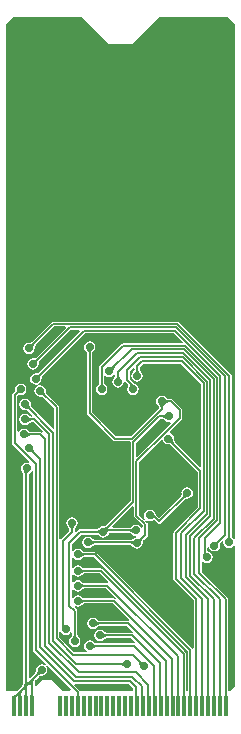
<source format=gbl>
G04*
G04 #@! TF.GenerationSoftware,Altium Limited,Altium Designer,18.1.8 (232)*
G04*
G04 Layer_Physical_Order=2*
G04 Layer_Color=16711680*
%FSLAX25Y25*%
%MOIN*%
G70*
G01*
G75*
%ADD18R,0.01450X0.06890*%
%ADD30C,0.00600*%
%ADD31C,0.00800*%
%ADD32C,0.02756*%
G36*
X431000Y365500D02*
Y194287D01*
X430500Y194135D01*
X430356Y194350D01*
X430351Y194362D01*
X430234Y194483D01*
X430139Y194589D01*
X430058Y194690D01*
X429992Y194784D01*
X429939Y194871D01*
X429899Y194949D01*
X429872Y195018D01*
X429854Y195077D01*
X429845Y195128D01*
X429840Y195205D01*
X429816Y195255D01*
Y248541D01*
X429816Y248541D01*
X429754Y248853D01*
X429577Y249118D01*
X412318Y266377D01*
X412053Y266554D01*
X411741Y266616D01*
X411741Y266616D01*
X370397D01*
X370085Y266554D01*
X369820Y266377D01*
X369820Y266377D01*
X363316Y259873D01*
X363264Y259855D01*
X363206Y259804D01*
X363164Y259774D01*
X363109Y259744D01*
X363040Y259715D01*
X362957Y259688D01*
X362859Y259664D01*
X362753Y259646D01*
X362468Y259622D01*
X362306Y259620D01*
X362294Y259615D01*
X361566Y259470D01*
X360945Y259055D01*
X360530Y258434D01*
X360384Y257701D01*
X360530Y256969D01*
X360945Y256347D01*
X361566Y255932D01*
X362299Y255787D01*
X363031Y255932D01*
X363653Y256347D01*
X364068Y256969D01*
X364212Y257697D01*
X364218Y257709D01*
X364220Y257877D01*
X364228Y258020D01*
X364242Y258148D01*
X364262Y258262D01*
X364285Y258360D01*
X364313Y258443D01*
X364342Y258512D01*
X364371Y258566D01*
X364401Y258609D01*
X364452Y258666D01*
X364470Y258719D01*
X370735Y264984D01*
X374275D01*
X374466Y264522D01*
X364566Y254623D01*
X364513Y254605D01*
X364456Y254554D01*
X364414Y254524D01*
X364359Y254494D01*
X364290Y254465D01*
X364207Y254438D01*
X364109Y254414D01*
X364003Y254396D01*
X363718Y254372D01*
X363556Y254370D01*
X363544Y254365D01*
X362816Y254220D01*
X362195Y253805D01*
X361780Y253184D01*
X361634Y252451D01*
X361780Y251719D01*
X362195Y251097D01*
X362816Y250682D01*
X363549Y250537D01*
X364281Y250682D01*
X364903Y251097D01*
X365318Y251719D01*
X365462Y252447D01*
X365468Y252459D01*
X365470Y252627D01*
X365478Y252770D01*
X365492Y252898D01*
X365511Y253012D01*
X365535Y253110D01*
X365563Y253193D01*
X365592Y253262D01*
X365621Y253316D01*
X365651Y253359D01*
X365702Y253416D01*
X365720Y253469D01*
X376135Y263884D01*
X379078D01*
X379269Y263422D01*
X365518Y249671D01*
X365465Y249653D01*
X365407Y249602D01*
X365365Y249573D01*
X365310Y249543D01*
X365242Y249514D01*
X365159Y249487D01*
X365060Y249463D01*
X364954Y249445D01*
X364669Y249421D01*
X364508Y249419D01*
X364496Y249414D01*
X363767Y249269D01*
X363146Y248854D01*
X362731Y248233D01*
X362585Y247500D01*
X362731Y246767D01*
X363146Y246146D01*
X363767Y245731D01*
X364500Y245585D01*
X364985Y245682D01*
X365180Y245211D01*
X364646Y244854D01*
X364231Y244233D01*
X364085Y243500D01*
X364231Y242767D01*
X364646Y242146D01*
X365267Y241731D01*
X365996Y241586D01*
X366008Y241581D01*
X366176Y241579D01*
X366318Y241571D01*
X366447Y241557D01*
X366560Y241537D01*
X366659Y241513D01*
X366742Y241486D01*
X366810Y241457D01*
X366865Y241427D01*
X366907Y241398D01*
X366965Y241347D01*
X367018Y241329D01*
X370684Y237662D01*
Y231122D01*
X370222Y230931D01*
X363171Y237982D01*
X363153Y238035D01*
X363102Y238093D01*
X363073Y238135D01*
X363043Y238190D01*
X363014Y238258D01*
X362987Y238341D01*
X362963Y238440D01*
X362945Y238546D01*
X362921Y238831D01*
X362919Y238992D01*
X362914Y239004D01*
X362769Y239733D01*
X362354Y240354D01*
X361733Y240769D01*
X361000Y240915D01*
X360267Y240769D01*
X359646Y240354D01*
X359231Y239733D01*
X359085Y239000D01*
X359231Y238267D01*
X359646Y237646D01*
X360267Y237231D01*
X360996Y237086D01*
X361008Y237081D01*
X361176Y237079D01*
X361318Y237071D01*
X361447Y237057D01*
X361560Y237037D01*
X361659Y237013D01*
X361742Y236986D01*
X361810Y236957D01*
X361865Y236927D01*
X361907Y236898D01*
X361965Y236847D01*
X362018Y236829D01*
X363332Y235515D01*
X363143Y234997D01*
X362871Y234939D01*
X362784Y234992D01*
X362696Y235054D01*
X362478Y235239D01*
X362362Y235351D01*
X362350Y235356D01*
X361733Y235769D01*
X361000Y235915D01*
X360267Y235769D01*
X359646Y235354D01*
X359231Y234733D01*
X359085Y234000D01*
X359231Y233267D01*
X359646Y232646D01*
X360267Y232231D01*
X361000Y232085D01*
X361733Y232231D01*
X362350Y232644D01*
X362362Y232648D01*
X362483Y232766D01*
X362589Y232861D01*
X362690Y232942D01*
X362784Y233008D01*
X362871Y233061D01*
X362949Y233101D01*
X363018Y233128D01*
X363077Y233146D01*
X363128Y233155D01*
X363205Y233160D01*
X363255Y233184D01*
X363662D01*
X366853Y229994D01*
X366534Y229605D01*
X366312Y229754D01*
X366000Y229816D01*
X366000Y229816D01*
X362755D01*
X362705Y229840D01*
X362628Y229845D01*
X362577Y229854D01*
X362518Y229872D01*
X362449Y229899D01*
X362371Y229939D01*
X362284Y229992D01*
X362196Y230054D01*
X361978Y230239D01*
X361862Y230351D01*
X361850Y230356D01*
X361233Y230769D01*
X360500Y230915D01*
X359767Y230769D01*
X359146Y230354D01*
X358816Y229859D01*
X358316Y230011D01*
Y241662D01*
X358865Y242212D01*
X359500Y242085D01*
X360233Y242231D01*
X360854Y242646D01*
X361269Y243267D01*
X361415Y244000D01*
X361269Y244733D01*
X360854Y245354D01*
X360233Y245769D01*
X359500Y245915D01*
X358767Y245769D01*
X358146Y245354D01*
X357731Y244733D01*
X357585Y244000D01*
X357712Y243365D01*
X356923Y242577D01*
X356746Y242312D01*
X356684Y242000D01*
X356684Y242000D01*
Y226000D01*
X356684Y226000D01*
X356746Y225688D01*
X356923Y225423D01*
X362429Y219917D01*
X362376Y219800D01*
X362135Y219505D01*
X361500Y219631D01*
X360767Y219485D01*
X360146Y219070D01*
X359731Y218449D01*
X359585Y217716D01*
X359731Y216983D01*
X359869Y216777D01*
X359885Y216680D01*
X359966Y216550D01*
X360029Y216439D01*
X360139Y216210D01*
X360176Y216116D01*
X360208Y216021D01*
X360231Y215933D01*
X360246Y215850D01*
X360255Y215774D01*
X360259Y215681D01*
X360282Y215631D01*
Y146236D01*
X360259Y146185D01*
X360254Y146047D01*
X360242Y145935D01*
X360221Y145829D01*
X360193Y145728D01*
X360158Y145631D01*
X360115Y145538D01*
X360063Y145446D01*
X360002Y145357D01*
X359932Y145269D01*
X359838Y145168D01*
X359818Y145116D01*
X358202Y143500D01*
X354500D01*
Y365500D01*
X357000Y368000D01*
X380000D01*
X389000Y359000D01*
X396500D01*
X405500Y368000D01*
X428500D01*
X431000Y365500D01*
D02*
G37*
G36*
X413499Y259778D02*
X413307Y259316D01*
X393659D01*
X393659Y259316D01*
X393347Y259254D01*
X393082Y259077D01*
X393082Y259077D01*
X385923Y251918D01*
X385746Y251653D01*
X385684Y251341D01*
X385684Y251341D01*
Y246255D01*
X385660Y246205D01*
X385655Y246128D01*
X385646Y246077D01*
X385628Y246018D01*
X385601Y245949D01*
X385561Y245871D01*
X385508Y245784D01*
X385446Y245696D01*
X385261Y245478D01*
X385149Y245362D01*
X385144Y245350D01*
X384731Y244733D01*
X384585Y244000D01*
X384731Y243267D01*
X385146Y242646D01*
X385767Y242231D01*
X386500Y242085D01*
X387233Y242231D01*
X387854Y242646D01*
X388269Y243267D01*
X388415Y244000D01*
X388269Y244733D01*
X387856Y245350D01*
X387852Y245362D01*
X387734Y245483D01*
X387639Y245589D01*
X387558Y245690D01*
X387492Y245784D01*
X387439Y245871D01*
X387399Y245949D01*
X387372Y246018D01*
X387354Y246077D01*
X387345Y246128D01*
X387340Y246205D01*
X387316Y246255D01*
Y248350D01*
X387816Y248551D01*
X388295Y248231D01*
X389028Y248085D01*
X389760Y248231D01*
X390381Y248646D01*
X390407Y248684D01*
X390576Y248744D01*
X390997Y248668D01*
X391062Y248468D01*
X391056Y248425D01*
X391028Y248371D01*
X390975Y248284D01*
X390913Y248196D01*
X390728Y247978D01*
X390616Y247862D01*
X390611Y247850D01*
X390198Y247233D01*
X390052Y246500D01*
X390198Y245767D01*
X390613Y245146D01*
X391234Y244731D01*
X391967Y244585D01*
X392700Y244731D01*
X393321Y245146D01*
X393736Y245767D01*
X393856Y246372D01*
X394281Y246518D01*
X394357Y246522D01*
X394423Y246423D01*
X395316Y245530D01*
X395321Y245057D01*
X395321Y245057D01*
X395306Y244960D01*
X395154Y244733D01*
X395008Y244000D01*
X395154Y243267D01*
X395569Y242646D01*
X396190Y242231D01*
X396923Y242085D01*
X397656Y242231D01*
X398277Y242646D01*
X398692Y243267D01*
X398838Y244000D01*
X398692Y244733D01*
X398277Y245354D01*
X397937Y245581D01*
X397876Y245665D01*
X397867Y245667D01*
X397861Y245674D01*
X397559Y245847D01*
X397090Y246146D01*
X397019Y246198D01*
X396887Y246305D01*
X396839Y246351D01*
X396800Y246365D01*
X396778Y246400D01*
X396747Y246407D01*
X395816Y247338D01*
Y250162D01*
X396855Y251201D01*
X397373Y251040D01*
X397475Y250705D01*
X397470Y250628D01*
X397461Y250577D01*
X397443Y250518D01*
X397416Y250449D01*
X397376Y250371D01*
X397323Y250284D01*
X397261Y250196D01*
X397076Y249978D01*
X396964Y249862D01*
X396959Y249850D01*
X396546Y249233D01*
X396400Y248500D01*
X396546Y247767D01*
X396961Y247146D01*
X397582Y246731D01*
X398315Y246585D01*
X399048Y246731D01*
X399669Y247146D01*
X400084Y247767D01*
X400230Y248500D01*
X400084Y249233D01*
X399671Y249850D01*
X399667Y249862D01*
X399549Y249983D01*
X399454Y250089D01*
X399373Y250190D01*
X399307Y250284D01*
X399254Y250371D01*
X399214Y250449D01*
X399187Y250518D01*
X399169Y250577D01*
X399160Y250628D01*
X399155Y250705D01*
X399131Y250755D01*
Y251477D01*
X400166Y252513D01*
X412986D01*
X419684Y245814D01*
Y218469D01*
X419222Y218277D01*
X410884Y226616D01*
X410865Y226669D01*
X410815Y226727D01*
X410785Y226769D01*
X410755Y226823D01*
X410726Y226892D01*
X410699Y226975D01*
X410675Y227073D01*
X410657Y227180D01*
X410633Y227465D01*
X410632Y227626D01*
X410626Y227638D01*
X410481Y228366D01*
X410066Y228988D01*
X409445Y229403D01*
X409294Y229433D01*
X409129Y229975D01*
X413077Y233923D01*
X413254Y234188D01*
X413316Y234500D01*
X413316Y234500D01*
Y237053D01*
X413316Y237053D01*
X413254Y237365D01*
X413077Y237630D01*
X410130Y240577D01*
X409865Y240754D01*
X409553Y240816D01*
X409553Y240816D01*
X408755D01*
X408705Y240840D01*
X408628Y240845D01*
X408577Y240854D01*
X408518Y240872D01*
X408449Y240899D01*
X408371Y240939D01*
X408284Y240992D01*
X408196Y241054D01*
X407978Y241239D01*
X407862Y241352D01*
X407850Y241356D01*
X407233Y241769D01*
X406500Y241915D01*
X405767Y241769D01*
X405146Y241354D01*
X404731Y240733D01*
X404585Y240000D01*
X404731Y239267D01*
X405144Y238650D01*
X405149Y238638D01*
X405266Y238517D01*
X405361Y238411D01*
X405442Y238310D01*
X405508Y238216D01*
X405561Y238129D01*
X405601Y238051D01*
X405628Y237982D01*
X405646Y237923D01*
X405655Y237872D01*
X405659Y237812D01*
X396162Y228316D01*
X391338D01*
X383262Y236391D01*
Y255937D01*
X383287Y255988D01*
X383292Y256064D01*
X383301Y256115D01*
X383318Y256175D01*
X383346Y256244D01*
X383386Y256322D01*
X383439Y256408D01*
X383501Y256496D01*
X383686Y256715D01*
X383798Y256830D01*
X383803Y256842D01*
X384216Y257460D01*
X384362Y258192D01*
X384216Y258925D01*
X383801Y259546D01*
X383180Y259961D01*
X382447Y260107D01*
X381714Y259961D01*
X381093Y259546D01*
X380678Y258925D01*
X380532Y258192D01*
X380678Y257460D01*
X381090Y256842D01*
X381095Y256830D01*
X381213Y256710D01*
X381308Y256603D01*
X381389Y256502D01*
X381455Y256408D01*
X381508Y256322D01*
X381547Y256244D01*
X381575Y256175D01*
X381593Y256115D01*
X381602Y256064D01*
X381607Y255988D01*
X381631Y255937D01*
Y236053D01*
X381631Y236053D01*
X381693Y235741D01*
X381870Y235476D01*
X390423Y226923D01*
X390423Y226923D01*
X390688Y226746D01*
X391000Y226684D01*
X391000Y226684D01*
X395907D01*
X396140Y226400D01*
X396140Y226400D01*
Y206842D01*
X388018Y198720D01*
X387965Y198702D01*
X387907Y198651D01*
X387865Y198621D01*
X387810Y198592D01*
X387742Y198563D01*
X387659Y198536D01*
X387560Y198512D01*
X387454Y198493D01*
X387169Y198470D01*
X387008Y198468D01*
X386996Y198463D01*
X386267Y198318D01*
X385655Y197909D01*
X385640Y197903D01*
X385541Y197807D01*
X385454Y197733D01*
X385371Y197671D01*
X385290Y197619D01*
X385212Y197577D01*
X385138Y197545D01*
X385066Y197520D01*
X384995Y197504D01*
X384925Y197494D01*
X384829Y197489D01*
X384781Y197466D01*
X379370D01*
X379019Y197397D01*
X378721Y197198D01*
X377952Y196428D01*
X377709Y196489D01*
X377466Y196650D01*
Y197281D01*
X377489Y197329D01*
X377494Y197425D01*
X377504Y197495D01*
X377520Y197565D01*
X377545Y197638D01*
X377577Y197712D01*
X377619Y197790D01*
X377671Y197871D01*
X377733Y197954D01*
X377807Y198041D01*
X377903Y198140D01*
X377909Y198155D01*
X378318Y198767D01*
X378464Y199500D01*
X378318Y200233D01*
X377903Y200854D01*
X377281Y201269D01*
X376549Y201415D01*
X375816Y201269D01*
X375195Y200854D01*
X374780Y200233D01*
X374634Y199500D01*
X374780Y198767D01*
X375189Y198155D01*
X375195Y198140D01*
X375291Y198041D01*
X375364Y197954D01*
X375427Y197871D01*
X375479Y197790D01*
X375520Y197712D01*
X375553Y197638D01*
X375577Y197566D01*
X375594Y197495D01*
X375604Y197425D01*
X375608Y197329D01*
X375631Y197281D01*
Y196929D01*
X372851Y194149D01*
X372816Y194096D01*
X372316Y194247D01*
Y238000D01*
X372254Y238312D01*
X372077Y238577D01*
X372077Y238577D01*
X368171Y242482D01*
X368153Y242535D01*
X368102Y242593D01*
X368073Y242635D01*
X368043Y242690D01*
X368014Y242758D01*
X367987Y242841D01*
X367963Y242940D01*
X367945Y243046D01*
X367921Y243331D01*
X367919Y243492D01*
X367914Y243504D01*
X367769Y244233D01*
X367354Y244854D01*
X366733Y245269D01*
X366000Y245415D01*
X365515Y245318D01*
X365320Y245789D01*
X365854Y246146D01*
X366269Y246767D01*
X366414Y247496D01*
X366419Y247508D01*
X366421Y247676D01*
X366429Y247818D01*
X366443Y247947D01*
X366463Y248060D01*
X366487Y248159D01*
X366514Y248242D01*
X366543Y248310D01*
X366573Y248365D01*
X366602Y248407D01*
X366653Y248465D01*
X366671Y248518D01*
X380938Y262784D01*
X410492D01*
X413499Y259778D01*
D02*
G37*
G36*
X364046Y259025D02*
X363974Y258944D01*
X363910Y258851D01*
X363854Y258748D01*
X363805Y258633D01*
X363764Y258508D01*
X363731Y258371D01*
X363706Y258224D01*
X363688Y258065D01*
X363679Y257896D01*
X363677Y257715D01*
X362312Y259079D01*
X362493Y259081D01*
X362821Y259109D01*
X362969Y259134D01*
X363105Y259167D01*
X363231Y259208D01*
X363345Y259257D01*
X363448Y259313D01*
X363541Y259377D01*
X363622Y259449D01*
X364046Y259025D01*
D02*
G37*
G36*
X383285Y257079D02*
X383072Y256828D01*
X382986Y256706D01*
X382913Y256586D01*
X382853Y256468D01*
X382807Y256353D01*
X382773Y256240D01*
X382753Y256129D01*
X382747Y256021D01*
X382147D01*
X382140Y256129D01*
X382120Y256240D01*
X382087Y256353D01*
X382041Y256468D01*
X381981Y256586D01*
X381908Y256706D01*
X381821Y256828D01*
X381721Y256952D01*
X381609Y257079D01*
X381482Y257208D01*
X383411D01*
X383285Y257079D01*
D02*
G37*
G36*
X365296Y253775D02*
X365224Y253694D01*
X365160Y253601D01*
X365104Y253498D01*
X365055Y253383D01*
X365014Y253258D01*
X364981Y253121D01*
X364956Y252974D01*
X364938Y252815D01*
X364929Y252646D01*
X364927Y252465D01*
X363562Y253829D01*
X363743Y253831D01*
X364071Y253859D01*
X364219Y253884D01*
X364355Y253917D01*
X364481Y253958D01*
X364595Y254007D01*
X364698Y254063D01*
X364791Y254127D01*
X364872Y254199D01*
X365296Y253775D01*
D02*
G37*
G36*
X390775Y251324D02*
X390703Y251242D01*
X390639Y251150D01*
X390583Y251046D01*
X390534Y250932D01*
X390493Y250806D01*
X390460Y250670D01*
X390435Y250522D01*
X390417Y250364D01*
X390407Y250194D01*
X390405Y250014D01*
X389041Y251378D01*
X389222Y251380D01*
X389550Y251407D01*
X389698Y251433D01*
X389834Y251466D01*
X389959Y251507D01*
X390074Y251555D01*
X390177Y251612D01*
X390270Y251676D01*
X390351Y251748D01*
X390775Y251324D01*
D02*
G37*
G36*
X398622Y250563D02*
X398642Y250453D01*
X398675Y250340D01*
X398721Y250224D01*
X398781Y250107D01*
X398854Y249987D01*
X398941Y249865D01*
X399040Y249740D01*
X399153Y249613D01*
X399280Y249484D01*
X397350D01*
X397477Y249613D01*
X397689Y249865D01*
X397776Y249987D01*
X397849Y250107D01*
X397909Y250224D01*
X397955Y250340D01*
X397988Y250453D01*
X398008Y250563D01*
X398015Y250672D01*
X398615D01*
X398622Y250563D01*
D02*
G37*
G36*
X366248Y248823D02*
X366176Y248742D01*
X366112Y248650D01*
X366055Y248546D01*
X366007Y248432D01*
X365966Y248306D01*
X365933Y248170D01*
X365907Y248023D01*
X365890Y247864D01*
X365880Y247694D01*
X365878Y247514D01*
X364514Y248878D01*
X364694Y248880D01*
X365022Y248907D01*
X365170Y248933D01*
X365306Y248966D01*
X365432Y249007D01*
X365546Y249055D01*
X365650Y249112D01*
X365742Y249176D01*
X365824Y249248D01*
X366248Y248823D01*
D02*
G37*
G36*
X392274Y248563D02*
X392294Y248453D01*
X392327Y248340D01*
X392373Y248224D01*
X392433Y248107D01*
X392506Y247987D01*
X392593Y247865D01*
X392692Y247740D01*
X392806Y247613D01*
X392932Y247484D01*
X391003D01*
X391129Y247613D01*
X391341Y247865D01*
X391428Y247987D01*
X391501Y248107D01*
X391561Y248224D01*
X391607Y248340D01*
X391641Y248453D01*
X391660Y248563D01*
X391667Y248672D01*
X392267D01*
X392274Y248563D01*
D02*
G37*
G36*
X386807Y246063D02*
X386827Y245953D01*
X386860Y245840D01*
X386906Y245724D01*
X386966Y245607D01*
X387039Y245487D01*
X387126Y245364D01*
X387225Y245240D01*
X387338Y245113D01*
X387465Y244984D01*
X385535D01*
X385662Y245113D01*
X385874Y245364D01*
X385961Y245487D01*
X386034Y245607D01*
X386094Y245724D01*
X386140Y245840D01*
X386173Y245953D01*
X386193Y246063D01*
X386200Y246172D01*
X386800D01*
X386807Y246063D01*
D02*
G37*
G36*
X396530Y245898D02*
X396689Y245769D01*
X396785Y245699D01*
X397279Y245384D01*
X397593Y245204D01*
X395782Y244773D01*
X395856Y244893D01*
X395913Y245010D01*
X395952Y245124D01*
X395974Y245234D01*
X395979Y245341D01*
X395967Y245445D01*
X395938Y245546D01*
X395891Y245643D01*
X395828Y245738D01*
X395747Y245829D01*
X396468Y245956D01*
X396530Y245898D01*
D02*
G37*
G36*
X367380Y243306D02*
X367407Y242977D01*
X367433Y242830D01*
X367466Y242693D01*
X367507Y242568D01*
X367555Y242454D01*
X367612Y242350D01*
X367676Y242258D01*
X367748Y242177D01*
X367323Y241752D01*
X367242Y241824D01*
X367150Y241888D01*
X367046Y241945D01*
X366932Y241993D01*
X366807Y242034D01*
X366670Y242067D01*
X366523Y242093D01*
X366364Y242110D01*
X366194Y242120D01*
X366014Y242122D01*
X367378Y243486D01*
X367380Y243306D01*
D02*
G37*
G36*
X407613Y240838D02*
X407865Y240626D01*
X407987Y240539D01*
X408107Y240466D01*
X408224Y240406D01*
X408340Y240360D01*
X408453Y240327D01*
X408563Y240307D01*
X408672Y240300D01*
Y239700D01*
X408563Y239693D01*
X408453Y239673D01*
X408340Y239640D01*
X408224Y239594D01*
X408107Y239534D01*
X407987Y239461D01*
X407865Y239374D01*
X407740Y239275D01*
X407613Y239162D01*
X407484Y239035D01*
Y240965D01*
X407613Y240838D01*
D02*
G37*
G36*
X407338Y238887D02*
X407126Y238635D01*
X407039Y238513D01*
X406966Y238393D01*
X406906Y238276D01*
X406860Y238160D01*
X406827Y238047D01*
X406807Y237937D01*
X406800Y237828D01*
X406200D01*
X406193Y237937D01*
X406173Y238047D01*
X406140Y238160D01*
X406094Y238276D01*
X406034Y238393D01*
X405961Y238513D01*
X405874Y238635D01*
X405775Y238760D01*
X405662Y238887D01*
X405535Y239016D01*
X407465D01*
X407338Y238887D01*
D02*
G37*
G36*
X362380Y238806D02*
X362407Y238477D01*
X362433Y238330D01*
X362466Y238193D01*
X362507Y238068D01*
X362555Y237954D01*
X362612Y237850D01*
X362676Y237758D01*
X362748Y237677D01*
X362323Y237252D01*
X362242Y237324D01*
X362150Y237388D01*
X362046Y237445D01*
X361932Y237493D01*
X361807Y237534D01*
X361670Y237567D01*
X361523Y237593D01*
X361364Y237610D01*
X361194Y237620D01*
X361014Y237622D01*
X362378Y238986D01*
X362380Y238806D01*
D02*
G37*
G36*
X408016Y234035D02*
X407887Y234162D01*
X407635Y234374D01*
X407513Y234461D01*
X407393Y234534D01*
X407276Y234594D01*
X407160Y234640D01*
X407047Y234673D01*
X406937Y234693D01*
X406828Y234700D01*
Y235300D01*
X406937Y235307D01*
X407047Y235327D01*
X407160Y235360D01*
X407276Y235406D01*
X407393Y235466D01*
X407513Y235539D01*
X407635Y235626D01*
X407760Y235725D01*
X407887Y235838D01*
X408016Y235965D01*
Y234035D01*
D02*
G37*
G36*
X362113Y234838D02*
X362365Y234626D01*
X362487Y234539D01*
X362607Y234466D01*
X362724Y234406D01*
X362840Y234360D01*
X362953Y234327D01*
X363063Y234307D01*
X363172Y234300D01*
Y233700D01*
X363063Y233693D01*
X362953Y233673D01*
X362840Y233640D01*
X362724Y233594D01*
X362607Y233534D01*
X362487Y233461D01*
X362365Y233374D01*
X362240Y233275D01*
X362113Y233162D01*
X361984Y233035D01*
Y234965D01*
X362113Y234838D01*
D02*
G37*
G36*
X361613Y229838D02*
X361864Y229626D01*
X361987Y229539D01*
X362107Y229466D01*
X362224Y229406D01*
X362340Y229360D01*
X362453Y229327D01*
X362563Y229307D01*
X362672Y229300D01*
Y228700D01*
X362563Y228693D01*
X362453Y228673D01*
X362340Y228640D01*
X362224Y228594D01*
X362107Y228534D01*
X361987Y228461D01*
X361864Y228374D01*
X361740Y228275D01*
X361613Y228162D01*
X361484Y228035D01*
Y229965D01*
X361613Y229838D01*
D02*
G37*
G36*
X410092Y227439D02*
X410120Y227111D01*
X410145Y226964D01*
X410178Y226827D01*
X410219Y226702D01*
X410268Y226587D01*
X410324Y226484D01*
X410388Y226392D01*
X410460Y226310D01*
X410036Y225886D01*
X409955Y225958D01*
X409862Y226022D01*
X409759Y226079D01*
X409644Y226127D01*
X409519Y226168D01*
X409382Y226201D01*
X409235Y226226D01*
X409076Y226244D01*
X408907Y226254D01*
X408726Y226256D01*
X410090Y227620D01*
X410092Y227439D01*
D02*
G37*
G36*
X363679Y224306D02*
X363706Y223977D01*
X363731Y223830D01*
X363764Y223693D01*
X363805Y223568D01*
X363854Y223454D01*
X363910Y223350D01*
X363974Y223258D01*
X364046Y223177D01*
X363622Y222752D01*
X363541Y222824D01*
X363448Y222888D01*
X363345Y222945D01*
X363231Y222993D01*
X363105Y223034D01*
X362969Y223067D01*
X362821Y223093D01*
X362663Y223110D01*
X362493Y223120D01*
X362312Y223122D01*
X363677Y224486D01*
X363679Y224306D01*
D02*
G37*
G36*
X406795Y234160D02*
X406872Y234155D01*
X406923Y234146D01*
X406982Y234128D01*
X407051Y234101D01*
X407129Y234061D01*
X407216Y234008D01*
X407304Y233946D01*
X407522Y233761D01*
X407638Y233648D01*
X407650Y233644D01*
X408267Y233231D01*
X409000Y233085D01*
X409280Y233141D01*
X409527Y232680D01*
X407238Y230391D01*
X407233Y230388D01*
X407233Y230388D01*
X398233Y221388D01*
X397771Y221580D01*
Y226062D01*
X405894Y234184D01*
X406745D01*
X406795Y234160D01*
D02*
G37*
G36*
X362227Y216546D02*
X362108Y216465D01*
X362001Y216380D01*
X361907Y216289D01*
X361826Y216194D01*
X361757Y216093D01*
X361700Y215988D01*
X361656Y215877D01*
X361625Y215761D01*
X361606Y215641D01*
X361600Y215515D01*
X360800Y215703D01*
X360795Y215816D01*
X360782Y215933D01*
X360759Y216052D01*
X360727Y216174D01*
X360686Y216299D01*
X360636Y216427D01*
X360508Y216691D01*
X360431Y216827D01*
X360344Y216966D01*
X362227Y216546D01*
D02*
G37*
G36*
X415127Y208128D02*
X414940Y208107D01*
X414603Y208050D01*
X414452Y208014D01*
X414314Y207971D01*
X414187Y207924D01*
X414073Y207871D01*
X413971Y207813D01*
X413881Y207750D01*
X413804Y207681D01*
X413335Y208060D01*
X413409Y208144D01*
X413473Y208238D01*
X413528Y208342D01*
X413572Y208456D01*
X413607Y208580D01*
X413631Y208713D01*
X413646Y208857D01*
X413651Y209010D01*
X413646Y209173D01*
X413631Y209346D01*
X415127Y208128D01*
D02*
G37*
G36*
X403761Y202584D02*
X404144Y202048D01*
X404244Y201923D01*
X404664Y201459D01*
X404366Y200909D01*
X404274Y200991D01*
X404180Y201055D01*
X404084Y201101D01*
X403987Y201129D01*
X403887Y201139D01*
X403785Y201132D01*
X403682Y201106D01*
X403576Y201063D01*
X403468Y201001D01*
X403359Y200922D01*
X403671Y202727D01*
X403761Y202584D01*
D02*
G37*
G36*
X406913Y227054D02*
X406943Y226901D01*
X407359Y226280D01*
X407980Y225865D01*
X408708Y225720D01*
X408720Y225715D01*
X408888Y225713D01*
X409031Y225705D01*
X409159Y225690D01*
X409273Y225671D01*
X409371Y225647D01*
X409454Y225620D01*
X409523Y225591D01*
X409577Y225561D01*
X409620Y225532D01*
X409677Y225481D01*
X409730Y225462D01*
X418584Y216608D01*
Y204738D01*
X410645Y196798D01*
X410468Y196534D01*
X410406Y196222D01*
X410406Y196222D01*
Y180780D01*
X410406Y180780D01*
X410468Y180467D01*
X410645Y180203D01*
X417185Y173662D01*
Y157682D01*
X416685Y157530D01*
X416604Y157652D01*
X384680Y189577D01*
X384415Y189754D01*
X384103Y189816D01*
X384103Y189816D01*
X380778D01*
X380728Y189840D01*
X380651Y189845D01*
X380600Y189854D01*
X380540Y189872D01*
X380471Y189899D01*
X380393Y189939D01*
X380307Y189992D01*
X380219Y190054D01*
X380000Y190239D01*
X379885Y190351D01*
X379873Y190356D01*
X379255Y190769D01*
X378523Y190915D01*
X377790Y190769D01*
X377169Y190354D01*
X377018Y190128D01*
X376518Y190279D01*
Y192398D01*
X379750Y195631D01*
X384781D01*
X384829Y195608D01*
X384925Y195604D01*
X384995Y195594D01*
X385066Y195577D01*
X385138Y195553D01*
X385212Y195520D01*
X385290Y195479D01*
X385371Y195427D01*
X385454Y195364D01*
X385541Y195291D01*
X385640Y195195D01*
X385655Y195189D01*
X386267Y194780D01*
X387000Y194634D01*
X387733Y194780D01*
X388354Y195195D01*
X388769Y195816D01*
X388822Y196082D01*
X395780D01*
X395829Y196059D01*
X395925Y196055D01*
X395995Y196045D01*
X396065Y196028D01*
X396138Y196004D01*
X396212Y195972D01*
X396290Y195930D01*
X396371Y195878D01*
X396454Y195816D01*
X396541Y195742D01*
X396640Y195646D01*
X396655Y195640D01*
X397267Y195231D01*
X397835Y195118D01*
Y194608D01*
X397529Y194547D01*
X397240Y194354D01*
X397132Y194330D01*
X396982Y194223D01*
X396852Y194136D01*
X396600Y193989D01*
X396499Y193940D01*
X396405Y193900D01*
X396322Y193871D01*
X396253Y193853D01*
X396200Y193844D01*
X396128Y193840D01*
X396077Y193816D01*
X384255D01*
X384205Y193840D01*
X384128Y193845D01*
X384077Y193854D01*
X384018Y193872D01*
X383949Y193899D01*
X383871Y193939D01*
X383784Y193992D01*
X383696Y194054D01*
X383478Y194239D01*
X383362Y194351D01*
X383350Y194356D01*
X382733Y194769D01*
X382000Y194915D01*
X381267Y194769D01*
X380646Y194354D01*
X380231Y193733D01*
X380085Y193000D01*
X380231Y192267D01*
X380646Y191646D01*
X381267Y191231D01*
X382000Y191085D01*
X382733Y191231D01*
X383350Y191644D01*
X383362Y191648D01*
X383483Y191766D01*
X383589Y191861D01*
X383690Y191942D01*
X383784Y192008D01*
X383871Y192061D01*
X383949Y192101D01*
X384018Y192128D01*
X384077Y192146D01*
X384128Y192155D01*
X384205Y192160D01*
X384255Y192184D01*
X395941D01*
X395970Y192166D01*
X395999Y192173D01*
X396025Y192160D01*
X396105Y192155D01*
X396151Y192146D01*
X396200Y192130D01*
X396255Y192105D01*
X396315Y192069D01*
X396381Y192021D01*
X396453Y191957D01*
X396530Y191878D01*
X396610Y191784D01*
X396702Y191661D01*
X396782Y191613D01*
X396908Y191425D01*
X397529Y191009D01*
X398262Y190864D01*
X398995Y191009D01*
X399616Y191425D01*
X400031Y192046D01*
X400176Y192774D01*
X400181Y192786D01*
X400183Y192954D01*
X400191Y193097D01*
X400205Y193225D01*
X400225Y193339D01*
X400249Y193437D01*
X400276Y193520D01*
X400305Y193589D01*
X400335Y193643D01*
X400364Y193686D01*
X400415Y193743D01*
X400433Y193796D01*
X401577Y194940D01*
X401577Y194940D01*
X401754Y195204D01*
X401816Y195517D01*
Y199000D01*
X401754Y199312D01*
X401577Y199577D01*
X401577Y199577D01*
X401034Y200120D01*
X401313Y200460D01*
D01*
X401339Y200492D01*
X401739Y200250D01*
X401767Y200231D01*
X402500Y200085D01*
X403233Y200231D01*
X403572Y200458D01*
X403671Y200480D01*
X404130Y200416D01*
X405122Y199423D01*
X405122Y199423D01*
X405387Y199246D01*
X405699Y199184D01*
X406011Y199246D01*
X406276Y199423D01*
X414110Y207257D01*
X414163Y207276D01*
X414218Y207325D01*
X414262Y207356D01*
X414321Y207390D01*
X414396Y207424D01*
X414488Y207459D01*
X414595Y207491D01*
X414712Y207520D01*
X415015Y207571D01*
X415186Y207590D01*
X415278Y207641D01*
X415733Y207731D01*
X416354Y208146D01*
X416769Y208767D01*
X416915Y209500D01*
X416769Y210233D01*
X416354Y210854D01*
X415733Y211269D01*
X415000Y211415D01*
X414267Y211269D01*
X413646Y210854D01*
X413231Y210233D01*
X413085Y209500D01*
X413112Y209364D01*
X413092Y209299D01*
X413105Y209141D01*
X413109Y209010D01*
X413106Y208892D01*
X413095Y208790D01*
X413079Y208702D01*
X413058Y208628D01*
X413035Y208567D01*
X413009Y208518D01*
X412981Y208477D01*
X412929Y208418D01*
X412925Y208407D01*
X412914Y208401D01*
X412901Y208355D01*
X405699Y201153D01*
X405085Y201767D01*
X405065Y201822D01*
X404656Y202274D01*
X404576Y202375D01*
X404210Y202887D01*
X404127Y203017D01*
X404116Y203025D01*
X404113Y203039D01*
X404029Y203092D01*
X403854Y203354D01*
X403233Y203769D01*
X402500Y203915D01*
X401767Y203769D01*
X401146Y203354D01*
X400731Y202733D01*
X400585Y202000D01*
X400731Y201267D01*
X400750Y201239D01*
X400992Y200839D01*
X400960Y200813D01*
X400960D01*
X400947Y200803D01*
X400620Y200534D01*
X398856Y202298D01*
Y205971D01*
X398871Y206049D01*
X398871Y206049D01*
Y219719D01*
X406370Y227218D01*
X406913Y227054D01*
D02*
G37*
G36*
X397225Y204966D02*
Y201960D01*
X397225Y201960D01*
X397287Y201648D01*
X397463Y201383D01*
X400184Y198662D01*
Y198011D01*
X399684Y197859D01*
X399354Y198354D01*
X398733Y198769D01*
X398000Y198915D01*
X397267Y198769D01*
X396655Y198360D01*
X396640Y198354D01*
X396541Y198258D01*
X396454Y198184D01*
X396371Y198122D01*
X396290Y198070D01*
X396212Y198028D01*
X396138Y197996D01*
X396066Y197972D01*
X395995Y197955D01*
X395925Y197945D01*
X395829Y197941D01*
X395780Y197918D01*
X390176D01*
X389984Y198380D01*
X396763Y205158D01*
X397225Y204966D01*
D02*
G37*
G36*
X377406Y198405D02*
X377310Y198292D01*
X377225Y198179D01*
X377152Y198064D01*
X377090Y197949D01*
X377039Y197832D01*
X376999Y197714D01*
X376971Y197596D01*
X376954Y197476D01*
X376949Y197355D01*
X376149D01*
X376143Y197476D01*
X376126Y197596D01*
X376098Y197714D01*
X376058Y197832D01*
X376008Y197949D01*
X375945Y198064D01*
X375872Y198179D01*
X375787Y198292D01*
X375691Y198405D01*
X375584Y198516D01*
X377513D01*
X377406Y198405D01*
D02*
G37*
G36*
X388748Y197872D02*
X388676Y197791D01*
X388612Y197698D01*
X388555Y197595D01*
X388507Y197481D01*
X388466Y197355D01*
X388433Y197219D01*
X388418Y197131D01*
X388761Y196788D01*
X388376Y196482D01*
X388357Y196583D01*
X387014Y197927D01*
X387194Y197929D01*
X387523Y197956D01*
X387670Y197981D01*
X387807Y198014D01*
X387932Y198055D01*
X388046Y198104D01*
X388150Y198160D01*
X388242Y198224D01*
X388323Y198296D01*
X388748Y197872D01*
D02*
G37*
G36*
X397016Y196035D02*
X396905Y196143D01*
X396792Y196239D01*
X396679Y196323D01*
X396565Y196397D01*
X396449Y196459D01*
X396332Y196510D01*
X396215Y196549D01*
X396096Y196577D01*
X395976Y196594D01*
X395855Y196600D01*
Y197400D01*
X395976Y197406D01*
X396096Y197423D01*
X396215Y197451D01*
X396332Y197490D01*
X396449Y197541D01*
X396565Y197603D01*
X396679Y197677D01*
X396792Y197761D01*
X396905Y197857D01*
X397016Y197965D01*
Y196035D01*
D02*
G37*
G36*
X386016Y195584D02*
X385905Y195691D01*
X385792Y195787D01*
X385679Y195872D01*
X385564Y195946D01*
X385449Y196008D01*
X385332Y196058D01*
X385214Y196098D01*
X385096Y196126D01*
X384976Y196143D01*
X384855Y196149D01*
Y196949D01*
X384976Y196954D01*
X385096Y196971D01*
X385214Y197000D01*
X385332Y197039D01*
X385449Y197090D01*
X385564Y197152D01*
X385679Y197225D01*
X385792Y197310D01*
X385905Y197406D01*
X386016Y197513D01*
Y195584D01*
D02*
G37*
G36*
X429307Y195063D02*
X429327Y194953D01*
X429360Y194840D01*
X429406Y194724D01*
X429466Y194607D01*
X429539Y194487D01*
X429626Y194365D01*
X429725Y194240D01*
X429838Y194113D01*
X429965Y193984D01*
X428035D01*
X428162Y194113D01*
X428374Y194365D01*
X428461Y194487D01*
X428534Y194607D01*
X428594Y194724D01*
X428640Y194840D01*
X428673Y194953D01*
X428693Y195063D01*
X428700Y195172D01*
X429300D01*
X429307Y195063D01*
D02*
G37*
G36*
X400010Y194102D02*
X399938Y194020D01*
X399873Y193928D01*
X399817Y193825D01*
X399768Y193710D01*
X399728Y193585D01*
X399694Y193448D01*
X399669Y193301D01*
X399652Y193142D01*
X399642Y192973D01*
X399640Y192792D01*
X398276Y194156D01*
X398456Y194158D01*
X398784Y194186D01*
X398932Y194211D01*
X399068Y194244D01*
X399194Y194285D01*
X399308Y194334D01*
X399412Y194390D01*
X399504Y194454D01*
X399585Y194526D01*
X400010Y194102D01*
D02*
G37*
G36*
X383113Y193838D02*
X383365Y193626D01*
X383487Y193539D01*
X383607Y193466D01*
X383724Y193406D01*
X383840Y193360D01*
X383953Y193327D01*
X384063Y193307D01*
X384172Y193300D01*
Y192700D01*
X384063Y192693D01*
X383953Y192673D01*
X383840Y192640D01*
X383724Y192594D01*
X383607Y192534D01*
X383487Y192461D01*
X383365Y192374D01*
X383240Y192275D01*
X383113Y192162D01*
X382984Y192035D01*
Y193965D01*
X383113Y193838D01*
D02*
G37*
G36*
X397135Y191985D02*
X397034Y192121D01*
X396931Y192242D01*
X396827Y192350D01*
X396721Y192443D01*
X396614Y192521D01*
X396506Y192586D01*
X396396Y192636D01*
X396285Y192671D01*
X396173Y192693D01*
X396059Y192700D01*
X396160Y193300D01*
X396260Y193306D01*
X396366Y193324D01*
X396479Y193353D01*
X396598Y193394D01*
X396724Y193447D01*
X396856Y193512D01*
X397138Y193677D01*
X397289Y193777D01*
X397446Y193889D01*
X397135Y191985D01*
D02*
G37*
G36*
X427110Y193126D02*
X427085Y193000D01*
X427231Y192267D01*
X427646Y191646D01*
X428267Y191231D01*
X429000Y191085D01*
X429733Y191231D01*
X430354Y191646D01*
X430500Y191865D01*
X431000Y191713D01*
Y145000D01*
X429610Y143610D01*
X428686D01*
Y174000D01*
X428686Y174000D01*
X428624Y174312D01*
X428447Y174577D01*
X428447Y174577D01*
X419816Y183209D01*
Y186390D01*
X420035Y186520D01*
X420316Y186600D01*
X420867Y186231D01*
X421600Y186085D01*
X422333Y186231D01*
X422954Y186646D01*
X423369Y187267D01*
X423515Y188000D01*
X423369Y188733D01*
X422954Y189354D01*
X422333Y189769D01*
X422185Y189798D01*
X422131Y189844D01*
X422016Y189881D01*
X421941Y189913D01*
X421885Y189944D01*
X421846Y189972D01*
X421821Y189996D01*
X421805Y190017D01*
X421794Y190039D01*
X421784Y190065D01*
X421777Y190103D01*
X421772Y190188D01*
X421747Y190238D01*
Y191260D01*
X422247Y191310D01*
X422272Y191185D01*
X422687Y190564D01*
X423309Y190149D01*
X424041Y190003D01*
X424774Y190149D01*
X425395Y190564D01*
X425810Y191185D01*
X425956Y191918D01*
X425830Y192552D01*
X426650Y193372D01*
X427110Y193126D01*
D02*
G37*
G36*
X421239Y190034D02*
X421261Y189922D01*
X421298Y189818D01*
X421349Y189723D01*
X421415Y189636D01*
X421496Y189558D01*
X421592Y189488D01*
X421702Y189426D01*
X421827Y189373D01*
X421966Y189328D01*
X420295Y188443D01*
X420359Y188635D01*
X420602Y189527D01*
X420618Y189633D01*
X420632Y189807D01*
X421232Y190155D01*
X421239Y190034D01*
D02*
G37*
G36*
X379636Y189838D02*
X379887Y189626D01*
X380009Y189539D01*
X380129Y189466D01*
X380247Y189406D01*
X380362Y189360D01*
X380475Y189327D01*
X380586Y189307D01*
X380694Y189300D01*
Y188700D01*
X380586Y188693D01*
X380475Y188673D01*
X380362Y188640D01*
X380247Y188594D01*
X380129Y188534D01*
X380009Y188461D01*
X379887Y188374D01*
X379763Y188275D01*
X379636Y188162D01*
X379507Y188035D01*
Y189965D01*
X379636Y189838D01*
D02*
G37*
G36*
X415211Y156738D02*
Y143610D01*
X414569D01*
Y155941D01*
X414569Y155941D01*
X414507Y156253D01*
X414330Y156518D01*
X386771Y184077D01*
X386507Y184254D01*
X386194Y184316D01*
X386194Y184316D01*
X380778D01*
X380728Y184340D01*
X380651Y184345D01*
X380600Y184354D01*
X380540Y184372D01*
X380471Y184399D01*
X380393Y184439D01*
X380307Y184492D01*
X380219Y184554D01*
X380000Y184739D01*
X379885Y184852D01*
X379873Y184856D01*
X379255Y185269D01*
X378523Y185415D01*
X377790Y185269D01*
X377169Y184854D01*
X377018Y184628D01*
X376518Y184780D01*
Y187721D01*
X377018Y187872D01*
X377169Y187646D01*
X377790Y187231D01*
X378523Y187085D01*
X379255Y187231D01*
X379873Y187644D01*
X379885Y187648D01*
X380005Y187766D01*
X380112Y187861D01*
X380213Y187942D01*
X380307Y188008D01*
X380393Y188061D01*
X380471Y188101D01*
X380540Y188128D01*
X380600Y188146D01*
X380651Y188155D01*
X380728Y188160D01*
X380778Y188184D01*
X383765D01*
X415211Y156738D01*
D02*
G37*
G36*
X379636Y184338D02*
X379887Y184126D01*
X380009Y184039D01*
X380129Y183966D01*
X380247Y183906D01*
X380362Y183860D01*
X380475Y183827D01*
X380586Y183807D01*
X380694Y183800D01*
Y183200D01*
X380586Y183193D01*
X380475Y183173D01*
X380362Y183140D01*
X380247Y183094D01*
X380129Y183034D01*
X380009Y182961D01*
X379887Y182874D01*
X379763Y182775D01*
X379636Y182662D01*
X379507Y182535D01*
Y184465D01*
X379636Y184338D01*
D02*
G37*
G36*
X388751Y179790D02*
X388504Y179329D01*
X388361Y179358D01*
X388361Y179358D01*
X380778D01*
X380728Y179383D01*
X380651Y179387D01*
X380600Y179396D01*
X380540Y179414D01*
X380471Y179442D01*
X380393Y179481D01*
X380307Y179534D01*
X380219Y179596D01*
X380000Y179781D01*
X379885Y179894D01*
X379873Y179899D01*
X379255Y180311D01*
X378523Y180457D01*
X377790Y180311D01*
X377169Y179896D01*
X377018Y179670D01*
X376518Y179822D01*
Y182220D01*
X377018Y182372D01*
X377169Y182146D01*
X377790Y181731D01*
X378523Y181585D01*
X379255Y181731D01*
X379873Y182144D01*
X379885Y182149D01*
X380005Y182266D01*
X380112Y182361D01*
X380213Y182442D01*
X380307Y182508D01*
X380393Y182561D01*
X380471Y182601D01*
X380540Y182628D01*
X380600Y182646D01*
X380651Y182655D01*
X380728Y182660D01*
X380778Y182684D01*
X385857D01*
X388751Y179790D01*
D02*
G37*
G36*
X379636Y179381D02*
X379887Y179168D01*
X380009Y179081D01*
X380129Y179008D01*
X380247Y178949D01*
X380362Y178902D01*
X380475Y178869D01*
X380586Y178849D01*
X380694Y178842D01*
Y178242D01*
X380586Y178236D01*
X380475Y178216D01*
X380362Y178182D01*
X380247Y178136D01*
X380129Y178076D01*
X380009Y178003D01*
X379887Y177917D01*
X379763Y177817D01*
X379636Y177704D01*
X379507Y177578D01*
Y179507D01*
X379636Y179381D01*
D02*
G37*
G36*
X391171Y174579D02*
X390852Y174190D01*
X390757Y174254D01*
X390445Y174316D01*
X390445Y174316D01*
X380778D01*
X380728Y174340D01*
X380651Y174345D01*
X380600Y174354D01*
X380540Y174372D01*
X380471Y174399D01*
X380393Y174439D01*
X380307Y174492D01*
X380219Y174554D01*
X380000Y174739D01*
X379885Y174852D01*
X379873Y174856D01*
X379255Y175269D01*
X378523Y175415D01*
X377790Y175269D01*
X377169Y174854D01*
X377018Y174628D01*
X376518Y174779D01*
Y177263D01*
X377018Y177415D01*
X377169Y177188D01*
X377790Y176773D01*
X378523Y176628D01*
X379255Y176773D01*
X379873Y177186D01*
X379885Y177191D01*
X380005Y177308D01*
X380112Y177403D01*
X380213Y177484D01*
X380307Y177551D01*
X380393Y177603D01*
X380471Y177643D01*
X380540Y177671D01*
X380600Y177688D01*
X380651Y177697D01*
X380728Y177702D01*
X380778Y177727D01*
X388023D01*
X391171Y174579D01*
D02*
G37*
G36*
X379636Y174338D02*
X379887Y174126D01*
X380009Y174039D01*
X380129Y173966D01*
X380247Y173906D01*
X380362Y173860D01*
X380475Y173827D01*
X380586Y173807D01*
X380694Y173800D01*
Y173200D01*
X380586Y173193D01*
X380475Y173173D01*
X380362Y173140D01*
X380247Y173094D01*
X380129Y173034D01*
X380009Y172961D01*
X379887Y172874D01*
X379763Y172775D01*
X379636Y172662D01*
X379507Y172535D01*
Y174465D01*
X379636Y174338D01*
D02*
G37*
G36*
X395502Y167289D02*
X395366Y166934D01*
X395269Y166816D01*
X385801D01*
X385751Y166840D01*
X385675Y166845D01*
X385624Y166854D01*
X385564Y166872D01*
X385495Y166899D01*
X385417Y166939D01*
X385331Y166992D01*
X385243Y167054D01*
X385024Y167239D01*
X384909Y167351D01*
X384897Y167356D01*
X384279Y167769D01*
X383546Y167915D01*
X382814Y167769D01*
X382192Y167354D01*
X381777Y166733D01*
X381632Y166000D01*
X381777Y165267D01*
X382192Y164646D01*
X382814Y164231D01*
X383546Y164085D01*
X384279Y164231D01*
X384897Y164644D01*
X384909Y164648D01*
X385029Y164766D01*
X385136Y164861D01*
X385237Y164942D01*
X385331Y165008D01*
X385417Y165061D01*
X385495Y165101D01*
X385564Y165128D01*
X385624Y165146D01*
X385675Y165155D01*
X385751Y165160D01*
X385801Y165184D01*
X394982D01*
X396918Y163248D01*
X396672Y162787D01*
X396528Y162816D01*
X396528Y162816D01*
X388255D01*
X388205Y162840D01*
X388128Y162845D01*
X388077Y162854D01*
X388018Y162872D01*
X387949Y162899D01*
X387871Y162939D01*
X387784Y162992D01*
X387696Y163054D01*
X387478Y163239D01*
X387362Y163352D01*
X387350Y163356D01*
X386733Y163769D01*
X386000Y163915D01*
X385267Y163769D01*
X384646Y163354D01*
X384231Y162733D01*
X384085Y162000D01*
X384231Y161267D01*
X384646Y160646D01*
X385267Y160231D01*
X386000Y160085D01*
X386733Y160231D01*
X387350Y160644D01*
X387362Y160649D01*
X387483Y160766D01*
X387589Y160861D01*
X387690Y160942D01*
X387784Y161008D01*
X387871Y161061D01*
X387949Y161101D01*
X388018Y161128D01*
X388077Y161146D01*
X388128Y161155D01*
X388205Y161160D01*
X388255Y161184D01*
X396190D01*
X397627Y159748D01*
X397381Y159287D01*
X397237Y159316D01*
X397237Y159316D01*
X384755D01*
X384705Y159340D01*
X384628Y159345D01*
X384577Y159354D01*
X384518Y159372D01*
X384449Y159399D01*
X384371Y159439D01*
X384284Y159492D01*
X384196Y159554D01*
X383978Y159739D01*
X383862Y159852D01*
X383850Y159856D01*
X383233Y160269D01*
X382500Y160415D01*
X381767Y160269D01*
X381146Y159854D01*
X380731Y159233D01*
X380585Y158500D01*
X380731Y157767D01*
X381146Y157146D01*
X381641Y156816D01*
X381489Y156316D01*
X377338D01*
X372316Y161338D01*
Y162989D01*
X372816Y163141D01*
X373146Y162646D01*
X373767Y162231D01*
X374500Y162085D01*
X375233Y162231D01*
X375854Y162646D01*
X376082Y162988D01*
X376582Y162836D01*
Y162220D01*
X376559Y162171D01*
X376555Y162075D01*
X376545Y162005D01*
X376528Y161934D01*
X376504Y161862D01*
X376472Y161788D01*
X376430Y161710D01*
X376378Y161629D01*
X376316Y161546D01*
X376242Y161459D01*
X376146Y161360D01*
X376140Y161345D01*
X375731Y160733D01*
X375585Y160000D01*
X375731Y159267D01*
X376146Y158646D01*
X376767Y158231D01*
X377500Y158085D01*
X378233Y158231D01*
X378854Y158646D01*
X379269Y159267D01*
X379415Y160000D01*
X379269Y160733D01*
X378860Y161345D01*
X378854Y161360D01*
X378758Y161459D01*
X378684Y161546D01*
X378622Y161629D01*
X378570Y161710D01*
X378528Y161788D01*
X378496Y161862D01*
X378472Y161934D01*
X378455Y162005D01*
X378445Y162075D01*
X378441Y162171D01*
X378418Y162220D01*
Y170000D01*
X378348Y170351D01*
X378149Y170649D01*
X377423Y171375D01*
X377741Y171763D01*
X377790Y171731D01*
X378523Y171585D01*
X379255Y171731D01*
X379873Y172144D01*
X379885Y172149D01*
X380005Y172266D01*
X380112Y172361D01*
X380213Y172442D01*
X380307Y172508D01*
X380393Y172561D01*
X380471Y172601D01*
X380540Y172628D01*
X380600Y172646D01*
X380651Y172655D01*
X380728Y172660D01*
X380778Y172684D01*
X390107D01*
X395502Y167289D01*
D02*
G37*
G36*
X384660Y166838D02*
X384911Y166626D01*
X385033Y166539D01*
X385153Y166466D01*
X385271Y166406D01*
X385386Y166360D01*
X385499Y166327D01*
X385610Y166307D01*
X385718Y166300D01*
Y165700D01*
X385610Y165693D01*
X385499Y165673D01*
X385386Y165640D01*
X385271Y165594D01*
X385153Y165534D01*
X385033Y165461D01*
X384911Y165374D01*
X384786Y165275D01*
X384660Y165162D01*
X384530Y165035D01*
Y166965D01*
X384660Y166838D01*
D02*
G37*
G36*
X387113Y162838D02*
X387365Y162626D01*
X387487Y162539D01*
X387607Y162466D01*
X387724Y162406D01*
X387840Y162360D01*
X387953Y162327D01*
X388063Y162307D01*
X388172Y162300D01*
Y161700D01*
X388063Y161693D01*
X387953Y161673D01*
X387840Y161640D01*
X387724Y161594D01*
X387607Y161534D01*
X387487Y161461D01*
X387365Y161374D01*
X387240Y161275D01*
X387113Y161162D01*
X386984Y161035D01*
Y162965D01*
X387113Y162838D01*
D02*
G37*
G36*
X377906Y162024D02*
X377923Y161904D01*
X377951Y161785D01*
X377990Y161668D01*
X378041Y161551D01*
X378103Y161435D01*
X378177Y161321D01*
X378261Y161208D01*
X378357Y161095D01*
X378465Y160984D01*
X376535D01*
X376643Y161095D01*
X376739Y161208D01*
X376823Y161321D01*
X376897Y161435D01*
X376959Y161551D01*
X377010Y161668D01*
X377049Y161785D01*
X377077Y161904D01*
X377094Y162024D01*
X377100Y162145D01*
X377900D01*
X377906Y162024D01*
D02*
G37*
G36*
X383613Y159338D02*
X383864Y159126D01*
X383987Y159039D01*
X384107Y158966D01*
X384224Y158906D01*
X384340Y158860D01*
X384453Y158827D01*
X384563Y158807D01*
X384672Y158800D01*
Y158200D01*
X384563Y158193D01*
X384453Y158173D01*
X384340Y158140D01*
X384224Y158094D01*
X384107Y158034D01*
X383987Y157961D01*
X383864Y157874D01*
X383740Y157775D01*
X383613Y157662D01*
X383484Y157535D01*
Y159465D01*
X383613Y159338D01*
D02*
G37*
G36*
X363684Y216705D02*
Y157000D01*
X363684Y157000D01*
X363746Y156688D01*
X363923Y156423D01*
X367966Y152380D01*
X367648Y151992D01*
X367233Y152269D01*
X366500Y152415D01*
X365767Y152269D01*
X365146Y151854D01*
X364731Y151233D01*
X364587Y150511D01*
X364581Y150496D01*
X364579Y150358D01*
X364570Y150244D01*
X364555Y150141D01*
X364534Y150048D01*
X364509Y149963D01*
X364479Y149887D01*
X364445Y149819D01*
X364407Y149758D01*
X364365Y149701D01*
X364300Y149630D01*
X364282Y149579D01*
X362617Y147915D01*
X362117Y148054D01*
Y215379D01*
X362127Y215391D01*
X362119Y215442D01*
X362140Y215488D01*
X362145Y215585D01*
X362155Y215649D01*
X362171Y215706D01*
X362192Y215759D01*
X362220Y215812D01*
X362256Y215864D01*
X362301Y215917D01*
X362359Y215973D01*
X362429Y216029D01*
X362530Y216097D01*
X362587Y216184D01*
X362854Y216362D01*
X363184Y216857D01*
X363684Y216705D01*
D02*
G37*
G36*
X399258Y153454D02*
X399350Y153390D01*
X399454Y153333D01*
X399568Y153285D01*
X399693Y153244D01*
X399830Y153211D01*
X399977Y153185D01*
X400136Y153168D01*
X400306Y153158D01*
X400486Y153156D01*
X399122Y151792D01*
X399120Y151972D01*
X399093Y152300D01*
X399067Y152448D01*
X399034Y152584D01*
X398993Y152710D01*
X398945Y152824D01*
X398888Y152928D01*
X398824Y153020D01*
X398752Y153101D01*
X399177Y153526D01*
X399258Y153454D01*
D02*
G37*
G36*
X394016Y151535D02*
X393887Y151662D01*
X393636Y151874D01*
X393513Y151961D01*
X393393Y152034D01*
X393276Y152094D01*
X393160Y152140D01*
X393047Y152173D01*
X392937Y152193D01*
X392828Y152200D01*
Y152800D01*
X392937Y152807D01*
X393047Y152827D01*
X393160Y152860D01*
X393276Y152906D01*
X393393Y152966D01*
X393513Y153039D01*
X393636Y153126D01*
X393760Y153225D01*
X393887Y153338D01*
X394016Y153465D01*
Y151535D01*
D02*
G37*
G36*
X366486Y149122D02*
X366332Y149119D01*
X366184Y149108D01*
X366044Y149088D01*
X365912Y149058D01*
X365786Y149021D01*
X365667Y148974D01*
X365556Y148919D01*
X365452Y148855D01*
X365355Y148782D01*
X365266Y148700D01*
X364700Y149266D01*
X364782Y149355D01*
X364855Y149452D01*
X364919Y149556D01*
X364974Y149667D01*
X365021Y149786D01*
X365058Y149911D01*
X365088Y150044D01*
X365108Y150184D01*
X365119Y150332D01*
X365122Y150486D01*
X366486Y149122D01*
D02*
G37*
G36*
X364026Y147453D02*
X363930Y147333D01*
X363845Y147208D01*
X363772Y147078D01*
X363710Y146944D01*
X363659Y146805D01*
X363619Y146661D01*
X363591Y146513D01*
X363574Y146360D01*
X363568Y146203D01*
X362768Y145403D01*
X362763Y145549D01*
X362746Y145668D01*
X362717Y145760D01*
X362678Y145824D01*
X362627Y145861D01*
X362565Y145871D01*
X362491Y145853D01*
X362406Y145809D01*
X362310Y145736D01*
X362203Y145637D01*
X363168Y147168D01*
X364134Y147568D01*
X364026Y147453D01*
D02*
G37*
G36*
X396997Y144349D02*
Y143610D01*
X379044D01*
X377272Y145382D01*
X377273Y145393D01*
X377498Y145863D01*
X395484D01*
X396997Y144349D01*
D02*
G37*
G36*
X376274Y144072D02*
X376083Y143610D01*
X373390D01*
X370000Y147000D01*
X366500D01*
X364548Y145048D01*
X364086Y145239D01*
Y146132D01*
X364109Y146183D01*
X364114Y146321D01*
X364126Y146433D01*
X364147Y146539D01*
X364175Y146640D01*
X364210Y146737D01*
X364254Y146830D01*
X364305Y146922D01*
X364366Y147011D01*
X364437Y147099D01*
X364530Y147200D01*
X364550Y147252D01*
X365579Y148282D01*
X365630Y148300D01*
X365701Y148365D01*
X365757Y148407D01*
X365819Y148445D01*
X365887Y148479D01*
X365963Y148509D01*
X366048Y148534D01*
X366141Y148555D01*
X366244Y148570D01*
X366358Y148579D01*
X366496Y148581D01*
X366511Y148587D01*
X367233Y148731D01*
X367854Y149146D01*
X368269Y149767D01*
X368415Y150500D01*
X368269Y151233D01*
X367992Y151647D01*
X368380Y151966D01*
X376274Y144072D01*
D02*
G37*
G36*
X361606Y146819D02*
X361622Y146700D01*
X361651Y146608D01*
X361690Y146544D01*
X361741Y146507D01*
X361804Y146497D01*
X361877Y146515D01*
X361962Y146560D01*
X362058Y146632D01*
X362165Y146731D01*
Y145600D01*
X362058Y145484D01*
X361962Y145364D01*
X361877Y145239D01*
X361804Y145110D01*
X361741Y144975D01*
X361690Y144837D01*
X361651Y144693D01*
X361622Y144545D01*
X361606Y144392D01*
X361600Y144234D01*
X360800Y143434D01*
X360794Y143580D01*
X360777Y143700D01*
X360749Y143791D01*
X360709Y143856D01*
X360658Y143893D01*
X360596Y143903D01*
X360523Y143885D01*
X360438Y143840D01*
X360342Y143768D01*
X360234Y143668D01*
Y144800D01*
X360342Y144915D01*
X360438Y145035D01*
X360523Y145160D01*
X360596Y145290D01*
X360658Y145424D01*
X360709Y145563D01*
X360749Y145707D01*
X360777Y145855D01*
X360794Y146008D01*
X360800Y146166D01*
X361600Y146966D01*
X361606Y146819D01*
D02*
G37*
G36*
X360089Y143516D02*
X359993Y143396D01*
X359909Y143271D01*
X359835Y143141D01*
X359773Y143007D01*
X359722Y142868D01*
X359682Y142725D01*
X359654Y142576D01*
X359639Y142445D01*
X359660Y142238D01*
X359681Y142134D01*
X359710Y142046D01*
X359744Y141974D01*
X359785Y141918D01*
X359832Y141878D01*
X359885Y141854D01*
X359944Y141846D01*
X359212D01*
X358831Y141466D01*
X358826Y141612D01*
X358809Y141731D01*
X358780Y141823D01*
X358766Y141846D01*
X358518D01*
X358578Y141854D01*
X358631Y141878D01*
X358678Y141918D01*
X358683Y141925D01*
X358628Y141934D01*
X358554Y141916D01*
X358469Y141872D01*
X358373Y141799D01*
X358365Y141792D01*
X358117Y141502D01*
X358024Y141369D01*
X357954Y141250D01*
X357908Y141143D01*
X357886Y141049D01*
X357888Y140968D01*
X357914Y140900D01*
X357964Y140844D01*
X356715Y141834D01*
X356782Y141796D01*
X356859Y141779D01*
X356946Y141783D01*
X357044Y141809D01*
X357152Y141856D01*
X357271Y141925D01*
X357399Y142015D01*
X357538Y142126D01*
X357846Y142412D01*
X358469Y142022D01*
X358830Y142595D01*
X358831Y142646D01*
X358862D01*
X359231Y143231D01*
X360197Y143631D01*
X360089Y143516D01*
D02*
G37*
G36*
X363571Y142494D02*
X363597Y142238D01*
X363618Y142134D01*
X363647Y142046D01*
X363681Y141974D01*
X363722Y141918D01*
X363769Y141878D01*
X363822Y141854D01*
X363881Y141846D01*
X362455D01*
X362515Y141854D01*
X362568Y141878D01*
X362615Y141918D01*
X362656Y141974D01*
X362690Y142046D01*
X362718Y142134D01*
X362740Y142238D01*
X362756Y142358D01*
X362765Y142494D01*
X362768Y142646D01*
X363568D01*
X363571Y142494D01*
D02*
G37*
G36*
X361603D02*
X361628Y142238D01*
X361650Y142134D01*
X361678Y142046D01*
X361713Y141974D01*
X361753Y141918D01*
X361800Y141878D01*
X361853Y141854D01*
X361913Y141846D01*
X360487D01*
X360546Y141854D01*
X360599Y141878D01*
X360646Y141918D01*
X360687Y141974D01*
X360721Y142046D01*
X360750Y142134D01*
X360772Y142238D01*
X360787Y142358D01*
X360797Y142494D01*
X360800Y142646D01*
X361600D01*
X361603Y142494D01*
D02*
G37*
G36*
X428174Y142330D02*
X428183Y142226D01*
X428198Y142134D01*
X428219Y142055D01*
X428246Y141987D01*
X428279Y141932D01*
X428318Y141889D01*
X428363Y141859D01*
X428414Y141841D01*
X428471Y141834D01*
X427271D01*
X427328Y141841D01*
X427379Y141859D01*
X427424Y141889D01*
X427463Y141932D01*
X427496Y141987D01*
X427523Y142055D01*
X427544Y142134D01*
X427559Y142226D01*
X427568Y142330D01*
X427571Y142446D01*
X428171D01*
X428174Y142330D01*
D02*
G37*
G36*
X426200D02*
X426209Y142226D01*
X426224Y142134D01*
X426245Y142055D01*
X426272Y141987D01*
X426305Y141932D01*
X426344Y141889D01*
X426389Y141859D01*
X426440Y141841D01*
X426497Y141834D01*
X425297D01*
X425354Y141841D01*
X425405Y141859D01*
X425450Y141889D01*
X425489Y141932D01*
X425522Y141987D01*
X425549Y142055D01*
X425570Y142134D01*
X425585Y142226D01*
X425594Y142330D01*
X425597Y142446D01*
X426197D01*
X426200Y142330D01*
D02*
G37*
G36*
X424226D02*
X424235Y142226D01*
X424250Y142134D01*
X424271Y142055D01*
X424298Y141987D01*
X424331Y141932D01*
X424370Y141889D01*
X424415Y141859D01*
X424466Y141841D01*
X424523Y141834D01*
X423323D01*
X423380Y141841D01*
X423431Y141859D01*
X423476Y141889D01*
X423515Y141932D01*
X423548Y141987D01*
X423575Y142055D01*
X423596Y142134D01*
X423611Y142226D01*
X423620Y142330D01*
X423623Y142446D01*
X424223D01*
X424226Y142330D01*
D02*
G37*
G36*
X422252D02*
X422261Y142226D01*
X422276Y142134D01*
X422297Y142055D01*
X422324Y141987D01*
X422357Y141932D01*
X422396Y141889D01*
X422441Y141859D01*
X422492Y141841D01*
X422549Y141834D01*
X421349D01*
X421406Y141841D01*
X421457Y141859D01*
X421502Y141889D01*
X421541Y141932D01*
X421574Y141987D01*
X421601Y142055D01*
X421622Y142134D01*
X421637Y142226D01*
X421646Y142330D01*
X421649Y142446D01*
X422249D01*
X422252Y142330D01*
D02*
G37*
G36*
X420278D02*
X420287Y142226D01*
X420302Y142134D01*
X420323Y142055D01*
X420350Y141987D01*
X420383Y141932D01*
X420422Y141889D01*
X420467Y141859D01*
X420518Y141841D01*
X420575Y141834D01*
X419375D01*
X419432Y141841D01*
X419483Y141859D01*
X419528Y141889D01*
X419567Y141932D01*
X419600Y141987D01*
X419627Y142055D01*
X419648Y142134D01*
X419663Y142226D01*
X419672Y142330D01*
X419675Y142446D01*
X420275D01*
X420278Y142330D01*
D02*
G37*
G36*
X418304D02*
X418313Y142226D01*
X418328Y142134D01*
X418349Y142055D01*
X418376Y141987D01*
X418409Y141932D01*
X418448Y141889D01*
X418493Y141859D01*
X418544Y141841D01*
X418601Y141834D01*
X417401D01*
X417458Y141841D01*
X417509Y141859D01*
X417554Y141889D01*
X417593Y141932D01*
X417626Y141987D01*
X417653Y142055D01*
X417674Y142134D01*
X417689Y142226D01*
X417698Y142330D01*
X417701Y142446D01*
X418301D01*
X418304Y142330D01*
D02*
G37*
G36*
X416330D02*
X416339Y142226D01*
X416354Y142134D01*
X416375Y142055D01*
X416402Y141987D01*
X416435Y141932D01*
X416474Y141889D01*
X416519Y141859D01*
X416570Y141841D01*
X416627Y141834D01*
X415427D01*
X415484Y141841D01*
X415535Y141859D01*
X415580Y141889D01*
X415619Y141932D01*
X415652Y141987D01*
X415679Y142055D01*
X415700Y142134D01*
X415715Y142226D01*
X415724Y142330D01*
X415727Y142446D01*
X416327D01*
X416330Y142330D01*
D02*
G37*
G36*
X414056Y142331D02*
X414065Y142227D01*
X414080Y142136D01*
X414101Y142056D01*
X414128Y141989D01*
X414161Y141934D01*
X414200Y141891D01*
X414245Y141860D01*
X414296Y141841D01*
X414353Y141834D01*
X413340Y141846D01*
X413362Y141852D01*
X413381Y141870D01*
X413398Y141900D01*
X413413Y141942D01*
X413425Y141996D01*
X413435Y142062D01*
X413449Y142230D01*
X413453Y142446D01*
X414053D01*
X414056Y142331D01*
D02*
G37*
G36*
X412082D02*
X412091Y142227D01*
X412106Y142136D01*
X412127Y142056D01*
X412154Y141989D01*
X412187Y141934D01*
X412226Y141891D01*
X412271Y141860D01*
X412322Y141841D01*
X412379Y141834D01*
X411366Y141846D01*
X411388Y141852D01*
X411407Y141870D01*
X411424Y141900D01*
X411439Y141942D01*
X411451Y141996D01*
X411461Y142062D01*
X411475Y142230D01*
X411479Y142446D01*
X412079D01*
X412082Y142331D01*
D02*
G37*
G36*
X410108D02*
X410117Y142227D01*
X410132Y142136D01*
X410153Y142056D01*
X410180Y141989D01*
X410213Y141934D01*
X410252Y141891D01*
X410297Y141860D01*
X410348Y141841D01*
X410405Y141834D01*
X409392Y141846D01*
X409414Y141852D01*
X409433Y141870D01*
X409450Y141900D01*
X409465Y141942D01*
X409477Y141996D01*
X409487Y142062D01*
X409501Y142230D01*
X409505Y142446D01*
X410105D01*
X410108Y142331D01*
D02*
G37*
G36*
X408135D02*
X408144Y142227D01*
X408158Y142136D01*
X408180Y142056D01*
X408207Y141989D01*
X408240Y141934D01*
X408279Y141891D01*
X408323Y141860D01*
X408375Y141841D01*
X408431Y141834D01*
X407418Y141846D01*
X407440Y141852D01*
X407459Y141870D01*
X407476Y141900D01*
X407491Y141942D01*
X407503Y141996D01*
X407513Y142062D01*
X407527Y142230D01*
X407531Y142446D01*
X408132D01*
X408135Y142331D01*
D02*
G37*
G36*
X406160D02*
X406170Y142227D01*
X406184Y142136D01*
X406206Y142056D01*
X406233Y141989D01*
X406265Y141934D01*
X406305Y141891D01*
X406350Y141860D01*
X406400Y141841D01*
X406458Y141834D01*
X405444Y141846D01*
X405466Y141852D01*
X405485Y141870D01*
X405502Y141900D01*
X405517Y141942D01*
X405529Y141996D01*
X405540Y142062D01*
X405553Y142230D01*
X405557Y142446D01*
X406157D01*
X406160Y142331D01*
D02*
G37*
G36*
X404187D02*
X404196Y142227D01*
X404211Y142136D01*
X404232Y142056D01*
X404259Y141989D01*
X404292Y141934D01*
X404331Y141891D01*
X404376Y141860D01*
X404427Y141841D01*
X404484Y141834D01*
X403471Y141846D01*
X403492Y141852D01*
X403511Y141870D01*
X403528Y141900D01*
X403543Y141942D01*
X403555Y141996D01*
X403566Y142062D01*
X403579Y142230D01*
X403584Y142446D01*
X404184D01*
X404187Y142331D01*
D02*
G37*
G36*
X402213D02*
X402222Y142227D01*
X402237Y142136D01*
X402258Y142056D01*
X402285Y141989D01*
X402318Y141934D01*
X402357Y141891D01*
X402402Y141860D01*
X402453Y141841D01*
X402510Y141834D01*
X401497Y141846D01*
X401518Y141852D01*
X401537Y141870D01*
X401554Y141900D01*
X401569Y141942D01*
X401581Y141996D01*
X401592Y142062D01*
X401605Y142230D01*
X401610Y142446D01*
X402210D01*
X402213Y142331D01*
D02*
G37*
G36*
X400090Y142331D02*
X400099Y142227D01*
X400114Y142136D01*
X400135Y142057D01*
X400162Y141989D01*
X400195Y141934D01*
X400234Y141891D01*
X400279Y141860D01*
X400330Y141841D01*
X400387Y141834D01*
X399523Y141846D01*
X399516Y141852D01*
X399510Y141870D01*
X399504Y141900D01*
X399500Y141942D01*
X399490Y142140D01*
X399487Y142446D01*
X400087D01*
X400090Y142331D01*
D02*
G37*
G36*
X398116D02*
X398125Y142227D01*
X398140Y142136D01*
X398161Y142057D01*
X398188Y141989D01*
X398221Y141934D01*
X398260Y141891D01*
X398305Y141860D01*
X398356Y141841D01*
X398413Y141834D01*
X397549Y141846D01*
X397542Y141852D01*
X397536Y141870D01*
X397531Y141900D01*
X397526Y141942D01*
X397516Y142140D01*
X397513Y142446D01*
X398113D01*
X398116Y142331D01*
D02*
G37*
G36*
X378826Y142330D02*
X378835Y142226D01*
X378850Y142134D01*
X378871Y142055D01*
X378898Y141987D01*
X378931Y141932D01*
X378970Y141889D01*
X379015Y141859D01*
X379066Y141841D01*
X379123Y141834D01*
X377923D01*
X377980Y141841D01*
X378031Y141859D01*
X378076Y141889D01*
X378115Y141932D01*
X378148Y141987D01*
X378175Y142055D01*
X378196Y142134D01*
X378211Y142226D01*
X378220Y142330D01*
X378223Y142446D01*
X378823D01*
X378826Y142330D01*
D02*
G37*
D18*
X427871Y138414D02*
D03*
X372601D02*
D03*
X380497D02*
D03*
X378523D02*
D03*
X376549D02*
D03*
X374575D02*
D03*
X382470D02*
D03*
X384444D02*
D03*
X386418D02*
D03*
X388392D02*
D03*
X390366D02*
D03*
X392340D02*
D03*
X394314D02*
D03*
X396288D02*
D03*
X398262D02*
D03*
X400236D02*
D03*
X402210D02*
D03*
X404184D02*
D03*
X406157D02*
D03*
X408132D02*
D03*
X410105D02*
D03*
X412079D02*
D03*
X414053D02*
D03*
X416027D02*
D03*
X418001D02*
D03*
X419975D02*
D03*
X421949D02*
D03*
X423923D02*
D03*
X425897D02*
D03*
X363168D02*
D03*
X357263D02*
D03*
X361200D02*
D03*
X359231D02*
D03*
D30*
X411286Y264700D02*
X427500Y248486D01*
Y195376D02*
Y248486D01*
X424041Y191918D02*
X427500Y195376D01*
X387549Y196000D02*
X388549Y197000D01*
X357500Y242000D02*
X359500Y244000D01*
X357500Y226000D02*
Y242000D01*
X357263Y138414D02*
Y141263D01*
X398040Y201960D02*
X401000Y199000D01*
Y195517D02*
Y199000D01*
X398262Y192778D02*
X401000Y195517D01*
X398040Y201960D02*
Y206033D01*
X398056Y206049D01*
Y220057D01*
X402500Y202000D02*
X403699D01*
X405699Y200000D01*
X387000Y196549D02*
X387549Y196000D01*
X398056Y220057D02*
X407810Y229812D01*
X407812D01*
X412500Y234500D01*
Y237053D01*
X409553Y240000D02*
X412500Y237053D01*
X406500Y240000D02*
X409553D01*
X398040Y193000D02*
X398262Y192778D01*
X382000Y193000D02*
X398040D01*
X396956Y206504D02*
Y226400D01*
X387000Y196549D02*
X396956Y206504D01*
X405556Y235000D02*
X409000D01*
X396956Y226400D02*
X405556Y235000D01*
X406500Y237500D02*
Y240000D01*
X396500Y227500D02*
X406500Y237500D01*
X391000Y227500D02*
X396500D01*
X382447Y236053D02*
X391000Y227500D01*
X382447Y236053D02*
Y258192D01*
X378000Y152500D02*
X395000D01*
X370397Y160103D02*
X378000Y152500D01*
X396778Y155500D02*
X400500Y151778D01*
X377000Y155500D02*
X396778D01*
X371500Y161000D02*
X377000Y155500D01*
X397822Y149678D02*
X401910Y145590D01*
X378822Y149678D02*
X397822D01*
X369000Y159500D02*
X378822Y149678D01*
X396632Y148178D02*
X399787Y145023D01*
X377822Y148178D02*
X396632D01*
X395822Y146678D02*
X397813Y144687D01*
X377322Y146678D02*
X395822D01*
X403884Y138714D02*
Y151853D01*
X367500Y158500D02*
X377822Y148178D01*
X366000Y158000D02*
X377322Y146678D01*
X397237Y158500D02*
X403884Y151853D01*
X382500Y158500D02*
X397237D01*
X370397Y160103D02*
Y229603D01*
X366000Y243500D02*
X371500Y238000D01*
Y161000D02*
Y238000D01*
X361000Y239000D02*
X370397Y229603D01*
X369000Y159500D02*
Y229000D01*
X357500Y226000D02*
X364500Y219000D01*
X366000Y158000D02*
Y220799D01*
X362299Y224500D02*
X366000Y220799D01*
X364500Y157000D02*
Y219000D01*
X361200Y217416D02*
X361500Y217716D01*
X378523Y138414D02*
Y142977D01*
X364500Y157000D02*
X378523Y142977D01*
X405699Y200000D02*
X415000Y209301D01*
X378523Y189000D02*
X384103D01*
X377500D02*
X378523D01*
X367500Y158500D02*
Y227500D01*
X364000Y234000D02*
X369000Y229000D01*
X361000Y234000D02*
X364000D01*
X366000Y229000D02*
X367500Y227500D01*
X360500Y229000D02*
X366000D01*
X397813Y138862D02*
Y144687D01*
X399787Y138862D02*
Y145023D01*
Y138862D02*
X400236Y138414D01*
X397813Y138862D02*
X398262Y138414D01*
X408712Y227634D02*
X419400Y216946D01*
Y204400D02*
Y216946D01*
X411222Y196222D02*
X419400Y204400D01*
X383546Y166000D02*
X395320D01*
X378523Y178542D02*
X388361D01*
X378000D02*
X378523D01*
Y183500D02*
X386194D01*
X378000D02*
X378523D01*
X384103Y189000D02*
X416027Y157076D01*
Y138414D02*
Y157076D01*
X390445Y173500D02*
X409805Y154140D01*
X378523Y173500D02*
X390445D01*
X388361Y178542D02*
X411779Y155124D01*
X386194Y183500D02*
X413753Y155941D01*
X409805Y138714D02*
Y154140D01*
X403884Y138714D02*
X404184Y138414D01*
X396528Y162000D02*
X405858Y152671D01*
Y138714D02*
Y152671D01*
X386000Y162000D02*
X396528D01*
X405858Y138714D02*
X406157Y138414D01*
X395320Y166000D02*
X407831Y153488D01*
Y138714D02*
Y153488D01*
Y138714D02*
X408132Y138414D01*
X409805Y138714D02*
X410105Y138414D01*
X411779Y138714D02*
Y155124D01*
Y138714D02*
X412079Y138414D01*
X413753Y138714D02*
Y155941D01*
Y138714D02*
X414053Y138414D01*
X401910Y138714D02*
Y145590D01*
Y138714D02*
X402210Y138414D01*
X415000Y209301D02*
Y209500D01*
X398322Y256150D02*
X413613D01*
X391967Y249796D02*
X398322Y256150D01*
X391967Y246500D02*
Y249796D01*
X389028Y250000D02*
X396427Y257400D01*
X386500Y251341D02*
X393659Y258500D01*
X419000Y194500D02*
X424900Y200400D01*
X419000Y182871D02*
Y194500D01*
Y182871D02*
X427871Y174000D01*
X420932Y188668D02*
Y194432D01*
Y188668D02*
X421600Y188000D01*
X420932Y194432D02*
X426000Y199500D01*
Y248430D01*
X417400Y194498D02*
X423800Y200898D01*
X417400Y182497D02*
Y194498D01*
Y182497D02*
X425897Y174000D01*
X411222Y180780D02*
Y196222D01*
Y180780D02*
X418001Y174000D01*
X413000Y196000D02*
X420500Y203500D01*
X413000Y180975D02*
Y196000D01*
Y180975D02*
X419975Y174000D01*
X414634Y195634D02*
X421600Y202600D01*
X414634Y181315D02*
Y195634D01*
Y181315D02*
X421949Y174000D01*
X416000Y195000D02*
X422700Y201700D01*
X416000Y181923D02*
Y195000D01*
Y181923D02*
X423923Y174000D01*
X399243Y254743D02*
X413465D01*
X395000Y250500D02*
X399243Y254743D01*
X395000Y247000D02*
Y250500D01*
X399828Y253328D02*
X413323D01*
X398315Y251815D02*
X399828Y253328D01*
X398315Y248500D02*
Y251815D01*
X386500Y244000D02*
Y251341D01*
X427871Y138414D02*
Y174000D01*
X425897Y138414D02*
Y174000D01*
X423923Y138414D02*
Y174000D01*
X395000Y247000D02*
X396923Y245077D01*
Y244000D02*
Y245077D01*
X421949Y138414D02*
Y174000D01*
X419975Y138414D02*
Y174000D01*
X418001Y138414D02*
Y174000D01*
X429000Y193000D02*
Y248541D01*
X362299Y257701D02*
X370397Y265800D01*
X363549Y252451D02*
X375797Y264700D01*
X364500Y247500D02*
X380600Y263600D01*
X410830D01*
X375797Y264700D02*
X411286D01*
X411741Y265800D02*
X429000Y248541D01*
X370397Y265800D02*
X411741D01*
X410830Y263600D02*
X426000Y248430D01*
X393659Y258500D02*
X414374D01*
X424900Y247974D01*
Y200400D02*
Y247974D01*
X396427Y257400D02*
X413919D01*
X423800Y247519D01*
Y200898D02*
Y247519D01*
X413613Y256150D02*
X422700Y247063D01*
Y201700D02*
Y247063D01*
X413465Y254743D02*
X421600Y246607D01*
Y202600D02*
Y246607D01*
X413323Y253328D02*
X420500Y246152D01*
Y203500D02*
Y246152D01*
D31*
X373500Y193500D02*
X376549Y196549D01*
X373500Y165000D02*
Y193500D01*
Y165000D02*
X374500Y164000D01*
X361200Y145200D02*
X363168Y147168D01*
X359231Y143231D02*
X361200Y145200D01*
Y217416D01*
Y138414D02*
Y145200D01*
X363168Y138414D02*
Y147168D01*
X366500Y150500D01*
X357263Y141263D02*
X359231Y143231D01*
Y138414D02*
Y143231D01*
X388549Y197000D02*
X398000D01*
X379370Y196549D02*
X385722D01*
X375600Y192778D02*
X379370Y196549D01*
X375600Y171900D02*
X377500Y170000D01*
Y160000D02*
Y170000D01*
X375600Y171900D02*
Y192778D01*
X376549Y196549D02*
Y199500D01*
D32*
X359500Y244000D02*
D03*
X398000Y197000D02*
D03*
X402500Y202000D02*
D03*
X398262Y192778D02*
D03*
X382000Y193000D02*
D03*
X387000Y196549D02*
D03*
X409000Y235000D02*
D03*
X406500Y240000D02*
D03*
X382447Y258192D02*
D03*
X395000Y152500D02*
D03*
X400500Y151778D02*
D03*
X377500Y160000D02*
D03*
X374500Y164000D02*
D03*
X361000Y239000D02*
D03*
X366000Y243500D02*
D03*
X361500Y217716D02*
D03*
X376549Y199500D02*
D03*
X366500Y150500D02*
D03*
X378523Y189000D02*
D03*
X361000Y234000D02*
D03*
X360500Y229000D02*
D03*
X362299Y224500D02*
D03*
X408712Y227634D02*
D03*
X383546Y166000D02*
D03*
X378523Y173500D02*
D03*
Y178542D02*
D03*
Y183500D02*
D03*
X382500Y158500D02*
D03*
X386000Y162000D02*
D03*
X415000Y209500D02*
D03*
X421600Y188000D02*
D03*
X386500Y244000D02*
D03*
X389028Y250000D02*
D03*
X391967Y246500D02*
D03*
X396923Y244000D02*
D03*
X398315Y248500D02*
D03*
X424041Y191918D02*
D03*
X429000Y193000D02*
D03*
X364500Y247500D02*
D03*
X363549Y252451D02*
D03*
X362299Y257701D02*
D03*
M02*

</source>
